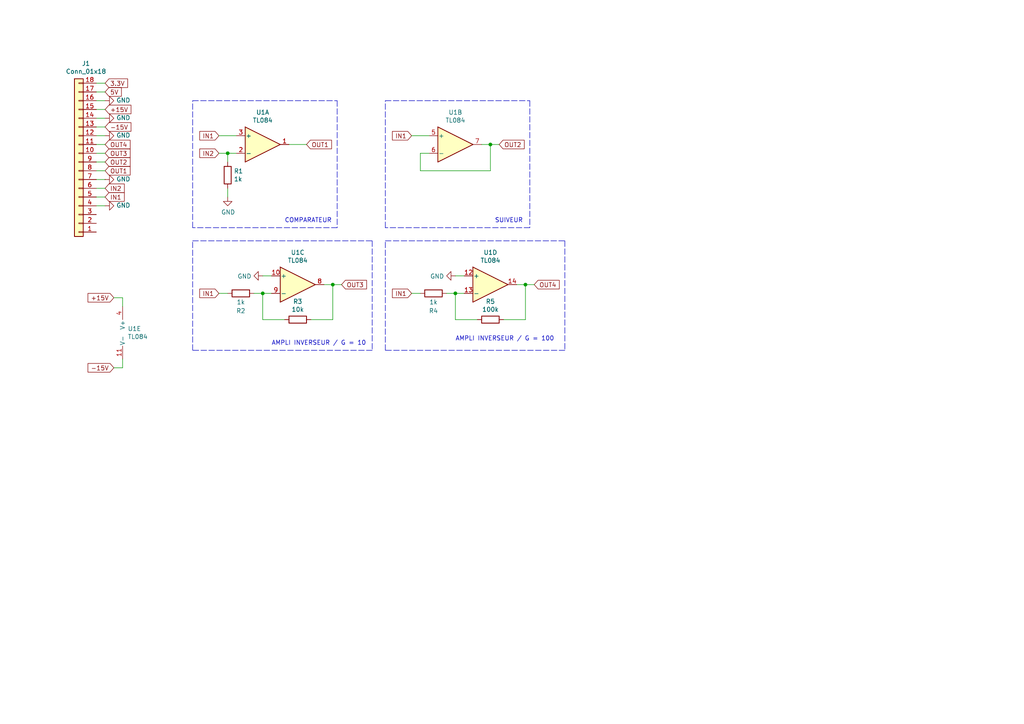
<source format=kicad_sch>
(kicad_sch (version 20231120) (generator "eeschema") (generator_version "8.0")
  (paper "A4")
  (lib_symbols
    (symbol "Amplifier_Operational:TL084" (pin_names (offset 0.127))
      (property "Reference" "U" (at 0 5.08 0))
      (property "Value" "TL084" (at 0 -5.08 0))
      (symbol "TL084_1_1"
        (polyline (pts (xy -5.08 5.08) (xy 5.08 0) (xy -5.08 -5.08) (xy -5.08 5.08)) (stroke (width 0.254)) (fill (type background)))
        (pin output line (at 7.62 0 180) (length 2.54) (name "~") (number "1"))
        (pin input line (at -7.62 -2.54 0) (length 2.54) (name "-") (number "2"))
        (pin input line (at -7.62 2.54 0) (length 2.54) (name "+") (number "3"))
      )
      (symbol "TL084_2_1"
        (polyline (pts (xy -5.08 5.08) (xy 5.08 0) (xy -5.08 -5.08) (xy -5.08 5.08)) (stroke (width 0.254)) (fill (type background)))
        (pin input line (at -7.62 2.54 0) (length 2.54) (name "+") (number "5"))
        (pin input line (at -7.62 -2.54 0) (length 2.54) (name "-") (number "6"))
        (pin output line (at 7.62 0 180) (length 2.54) (name "~") (number "7"))
      )
      (symbol "TL084_3_1"
        (polyline (pts (xy -5.08 5.08) (xy 5.08 0) (xy -5.08 -5.08) (xy -5.08 5.08)) (stroke (width 0.254)) (fill (type background)))
        (pin input line (at -7.62 2.54 0) (length 2.54) (name "+") (number "10"))
        (pin output line (at 7.62 0 180) (length 2.54) (name "~") (number "8"))
        (pin input line (at -7.62 -2.54 0) (length 2.54) (name "-") (number "9"))
      )
      (symbol "TL084_4_1"
        (polyline (pts (xy -5.08 5.08) (xy 5.08 0) (xy -5.08 -5.08) (xy -5.08 5.08)) (stroke (width 0.254)) (fill (type background)))
        (pin input line (at -7.62 2.54 0) (length 2.54) (name "+") (number "12"))
        (pin input line (at -7.62 -2.54 0) (length 2.54) (name "-") (number "13"))
        (pin output line (at 7.62 0 180) (length 2.54) (name "~") (number "14"))
      )
      (symbol "TL084_5_1"
        (pin power_in line (at -2.54 -7.62 90) (length 3.81) (name "V-") (number "11"))
        (pin power_in line (at -2.54 7.62 270) (length 3.81) (name "V+") (number "4"))
      )
    )
    (symbol "Connector_Generic:Conn_01x18" (pin_names (offset 1.016) hide)
      (property "Reference" "J" (at 0 22.86 0))
      (property "Value" "Conn_01x18" (at 0 -25.4 0))
      (symbol "Conn_01x18_1_1"
        (rectangle (start -1.27 -22.733) (end 0 -22.987) (stroke (width 0.1524)))
        (rectangle (start -1.27 -20.193) (end 0 -20.447) (stroke (width 0.1524)))
        (rectangle (start -1.27 -17.653) (end 0 -17.907) (stroke (width 0.1524)))
        (rectangle (start -1.27 -15.113) (end 0 -15.367) (stroke (width 0.1524)))
        (rectangle (start -1.27 -12.573) (end 0 -12.827) (stroke (width 0.1524)))
        (rectangle (start -1.27 -10.033) (end 0 -10.287) (stroke (width 0.1524)))
        (rectangle (start -1.27 -7.493) (end 0 -7.747) (stroke (width 0.1524)))
        (rectangle (start -1.27 -4.953) (end 0 -5.207) (stroke (width 0.1524)))
        (rectangle (start -1.27 -2.413) (end 0 -2.667) (stroke (width 0.1524)))
        (rectangle (start -1.27 0.127) (end 0 -0.127) (stroke (width 0.1524)))
        (rectangle (start -1.27 2.667) (end 0 2.413) (stroke (width 0.1524)))
        (rectangle (start -1.27 5.207) (end 0 4.953) (stroke (width 0.1524)))
        (rectangle (start -1.27 7.747) (end 0 7.493) (stroke (width 0.1524)))
        (rectangle (start -1.27 10.287) (end 0 10.033) (stroke (width 0.1524)))
        (rectangle (start -1.27 12.827) (end 0 12.573) (stroke (width 0.1524)))
        (rectangle (start -1.27 15.367) (end 0 15.113) (stroke (width 0.1524)))
        (rectangle (start -1.27 17.907) (end 0 17.653) (stroke (width 0.1524)))
        (rectangle (start -1.27 20.447) (end 0 20.193) (stroke (width 0.1524)))
        (rectangle (start -1.27 21.59) (end 1.27 -24.13) (stroke (width 0.254)) (fill (type background)))
        (pin passive line (at -5.08 20.32 0) (length 3.81) (name "Pin_1") (number "1"))
        (pin passive line (at -5.08 -2.54 0) (length 3.81) (name "Pin_10") (number "10"))
        (pin passive line (at -5.08 -5.08 0) (length 3.81) (name "Pin_11") (number "11"))
        (pin passive line (at -5.08 -7.62 0) (length 3.81) (name "Pin_12") (number "12"))
        (pin passive line (at -5.08 -10.16 0) (length 3.81) (name "Pin_13") (number "13"))
        (pin passive line (at -5.08 -12.7 0) (length 3.81) (name "Pin_14") (number "14"))
        (pin passive line (at -5.08 -15.24 0) (length 3.81) (name "Pin_15") (number "15"))
        (pin passive line (at -5.08 -17.78 0) (length 3.81) (name "Pin_16") (number "16"))
        (pin passive line (at -5.08 -20.32 0) (length 3.81) (name "Pin_17") (number "17"))
        (pin passive line (at -5.08 -22.86 0) (length 3.81) (name "Pin_18") (number "18"))
        (pin passive line (at -5.08 17.78 0) (length 3.81) (name "Pin_2") (number "2"))
        (pin passive line (at -5.08 15.24 0) (length 3.81) (name "Pin_3") (number "3"))
        (pin passive line (at -5.08 12.7 0) (length 3.81) (name "Pin_4") (number "4"))
        (pin passive line (at -5.08 10.16 0) (length 3.81) (name "Pin_5") (number "5"))
        (pin passive line (at -5.08 7.62 0) (length 3.81) (name "Pin_6") (number "6"))
        (pin passive line (at -5.08 5.08 0) (length 3.81) (name "Pin_7") (number "7"))
        (pin passive line (at -5.08 2.54 0) (length 3.81) (name "Pin_8") (number "8"))
        (pin passive line (at -5.08 0 0) (length 3.81) (name "Pin_9") (number "9"))
      )
    )
    (symbol "Device:R" (pin_numbers hide) (pin_names (offset 0))
      (property "Reference" "R" (at 2.032 0 90))
      (property "Value" "R" (at 0 0 90))
      (symbol "R_0_1"
        (rectangle (start -1.016 -2.54) (end 1.016 2.54) (stroke (width 0.254)))
      )
      (symbol "R_1_1"
        (pin passive line (at 0 3.81 270) (length 1.27) (name "~") (number "1"))
        (pin passive line (at 0 -3.81 90) (length 1.27) (name "~") (number "2"))
      )
    )
    (symbol "power:GND" (power) (pin_numbers hide) (pin_names (offset 0) hide)
      (property "Value" "GND" (at 0 -3.81 0))
      (symbol "GND_0_1"
        (polyline (pts (xy 0 0) (xy 0 -1.27) (xy 1.27 -1.27) (xy 0 -2.54) (xy -1.27 -1.27) (xy 0 -1.27)))
      )
      (symbol "GND_1_1"
        (pin power_in line (at 0 0 270) (length 0) (name "~") (number "1"))
      )
    )
  )
  (junction (at 76.2 85.09))
  (junction (at 142.24 41.91))
  (junction (at 96.52 82.55))
  (junction (at 132.08 85.09))
  (junction (at 66.04 44.45))
  (junction (at 152.4 82.55))
  (wire (pts (xy 66.04 46.99) (xy 66.04 44.45)))
  (polyline (pts (xy 111.76 69.85) (xy 163.83 69.85)) (stroke (width 0) (type dash)))
  (wire (pts (xy 142.24 41.91) (xy 139.7 41.91)))
  (wire (pts (xy 27.94 57.15) (xy 30.48 57.15)))
  (wire (pts (xy 27.94 39.37) (xy 30.48 39.37)))
  (wire (pts (xy 124.46 44.45) (xy 121.92 44.45)))
  (wire (pts (xy 27.94 46.99) (xy 30.48 46.99)))
  (wire (pts (xy 121.92 49.53) (xy 142.24 49.53)))
  (wire (pts (xy 27.94 34.29) (xy 30.48 34.29)))
  (wire (pts (xy 27.94 54.61) (xy 30.48 54.61)))
  (wire (pts (xy 152.4 82.55) (xy 154.94 82.55)))
  (polyline (pts (xy 107.95 69.85) (xy 107.95 101.6)) (stroke (width 0) (type dash)))
  (wire (pts (xy 142.24 49.53) (xy 142.24 41.91)))
  (wire (pts (xy 152.4 92.71) (xy 146.05 92.71)))
  (wire (pts (xy 76.2 80.01) (xy 78.74 80.01)))
  (polyline (pts (xy 163.83 101.6) (xy 111.76 101.6)) (stroke (width 0) (type dash)))
  (wire (pts (xy 27.94 59.69) (xy 30.48 59.69)))
  (wire (pts (xy 149.86 82.55) (xy 152.4 82.55)))
  (polyline (pts (xy 107.95 101.6) (xy 55.88 101.6)) (stroke (width 0) (type dash)))
  (wire (pts (xy 76.2 92.71) (xy 82.55 92.71)))
  (wire (pts (xy 93.98 82.55) (xy 96.52 82.55)))
  (wire (pts (xy 63.5 85.09) (xy 66.04 85.09)))
  (wire (pts (xy 27.94 26.67) (xy 30.48 26.67)))
  (wire (pts (xy 33.02 106.68) (xy 35.56 106.68)))
  (wire (pts (xy 66.04 44.45) (xy 68.58 44.45)))
  (polyline (pts (xy 55.88 66.04) (xy 55.88 29.21)) (stroke (width 0) (type dash)))
  (wire (pts (xy 27.94 49.53) (xy 30.48 49.53)))
  (wire (pts (xy 119.38 85.09) (xy 121.92 85.09)))
  (wire (pts (xy 63.5 44.45) (xy 66.04 44.45)))
  (wire (pts (xy 96.52 82.55) (xy 99.06 82.55)))
  (polyline (pts (xy 55.88 101.6) (xy 55.88 69.85)) (stroke (width 0) (type dash)))
  (wire (pts (xy 132.08 80.01) (xy 134.62 80.01)))
  (wire (pts (xy 132.08 92.71) (xy 132.08 85.09)))
  (wire (pts (xy 76.2 85.09) (xy 78.74 85.09)))
  (wire (pts (xy 35.56 86.36) (xy 35.56 88.9)))
  (polyline (pts (xy 97.79 66.04) (xy 55.88 66.04)) (stroke (width 0) (type dash)))
  (wire (pts (xy 132.08 85.09) (xy 129.54 85.09)))
  (wire (pts (xy 27.94 24.13) (xy 30.48 24.13)))
  (wire (pts (xy 33.02 86.36) (xy 35.56 86.36)))
  (wire (pts (xy 121.92 44.45) (xy 121.92 49.53)))
  (polyline (pts (xy 163.83 69.85) (xy 163.83 101.6)) (stroke (width 0) (type dash)))
  (wire (pts (xy 138.43 92.71) (xy 132.08 92.71)))
  (polyline (pts (xy 153.67 66.04) (xy 111.76 66.04)) (stroke (width 0) (type dash)))
  (polyline (pts (xy 153.67 29.21) (xy 153.67 66.04)) (stroke (width 0) (type dash)))
  (polyline (pts (xy 111.76 101.6) (xy 111.76 69.85)) (stroke (width 0) (type dash)))
  (polyline (pts (xy 55.88 29.21) (xy 97.79 29.21)) (stroke (width 0) (type dash)))
  (wire (pts (xy 119.38 39.37) (xy 124.46 39.37)))
  (wire (pts (xy 83.82 41.91) (xy 88.9 41.91)))
  (polyline (pts (xy 111.76 66.04) (xy 111.76 29.21)) (stroke (width 0) (type dash)))
  (polyline (pts (xy 111.76 29.21) (xy 153.67 29.21)) (stroke (width 0) (type dash)))
  (wire (pts (xy 27.94 36.83) (xy 30.48 36.83)))
  (wire (pts (xy 27.94 31.75) (xy 30.48 31.75)))
  (wire (pts (xy 142.24 41.91) (xy 144.78 41.91)))
  (wire (pts (xy 63.5 39.37) (xy 68.58 39.37)))
  (wire (pts (xy 132.08 85.09) (xy 134.62 85.09)))
  (wire (pts (xy 27.94 52.07) (xy 30.48 52.07)))
  (wire (pts (xy 90.17 92.71) (xy 96.52 92.71)))
  (wire (pts (xy 35.56 106.68) (xy 35.56 104.14)))
  (wire (pts (xy 27.94 44.45) (xy 30.48 44.45)))
  (wire (pts (xy 96.52 92.71) (xy 96.52 82.55)))
  (polyline (pts (xy 97.79 29.21) (xy 97.79 66.04)) (stroke (width 0) (type dash)))
  (wire (pts (xy 73.66 85.09) (xy 76.2 85.09)))
  (wire (pts (xy 27.94 41.91) (xy 30.48 41.91)))
  (wire (pts (xy 152.4 82.55) (xy 152.4 92.71)))
  (wire (pts (xy 66.04 57.15) (xy 66.04 54.61)))
  (wire (pts (xy 27.94 29.21) (xy 30.48 29.21)))
  (wire (pts (xy 76.2 85.09) (xy 76.2 92.71)))
  (polyline (pts (xy 55.88 69.85) (xy 107.95 69.85)) (stroke (width 0) (type dash)))
  (text "AMPLI INVERSEUR / G = 100\n" (at 132.08 99.06 0) (effects (font (size 1.27 1.27)) (justify left bottom)))
  (text "SUIVEUR" (at 143.51 64.77 0) (effects (font (size 1.27 1.27)) (justify left bottom)))
  (text "COMPARATEUR" (at 82.55 64.77 0) (effects (font (size 1.27 1.27)) (justify left bottom)))
  (text "AMPLI INVERSEUR / G = 10\n" (at 78.74 100.33 0) (effects (font (size 1.27 1.27)) (justify left bottom)))
  (global_label "-15V" (shape input) (at 33.02 106.68 180) (property "Intersheetrefs" "${INTERSHEET_REFS}" (effects (hide yes))))
  (global_label "IN1" (shape input) (at 119.38 39.37 180) (property "Intersheetrefs" "${INTERSHEET_REFS}" (effects (hide yes))))
  (global_label "OUT2" (shape input) (at 30.48 46.99 0) (property "Intersheetrefs" "${INTERSHEET_REFS}" (effects (hide yes))))
  (global_label "OUT4" (shape input) (at 30.48 41.91 0) (property "Intersheetrefs" "${INTERSHEET_REFS}" (effects (hide yes))))
  (global_label "5V" (shape input) (at 30.48 26.67 0) (property "Intersheetrefs" "${INTERSHEET_REFS}" (effects (hide yes))))
  (global_label "OUT1" (shape input) (at 88.9 41.91 0) (property "Intersheetrefs" "${INTERSHEET_REFS}" (effects (hide yes))))
  (global_label "3.3V" (shape input) (at 30.48 24.13 0) (property "Intersheetrefs" "${INTERSHEET_REFS}" (effects (hide yes))))
  (global_label "OUT4" (shape input) (at 154.94 82.55 0) (property "Intersheetrefs" "${INTERSHEET_REFS}" (effects (hide yes))))
  (global_label "IN1" (shape input) (at 63.5 39.37 180) (property "Intersheetrefs" "${INTERSHEET_REFS}" (effects (hide yes))))
  (global_label "+15V" (shape input) (at 33.02 86.36 180) (property "Intersheetrefs" "${INTERSHEET_REFS}" (effects (hide yes))))
  (global_label "IN1" (shape input) (at 63.5 85.09 180) (property "Intersheetrefs" "${INTERSHEET_REFS}" (effects (hide yes))))
  (global_label "IN2" (shape input) (at 63.5 44.45 180) (property "Intersheetrefs" "${INTERSHEET_REFS}" (effects (hide yes))))
  (global_label "OUT3" (shape input) (at 99.06 82.55 0) (property "Intersheetrefs" "${INTERSHEET_REFS}" (effects (hide yes))))
  (global_label "IN2" (shape input) (at 30.48 54.61 0) (property "Intersheetrefs" "${INTERSHEET_REFS}" (effects (hide yes))))
  (global_label "+15V" (shape input) (at 30.48 31.75 0) (property "Intersheetrefs" "${INTERSHEET_REFS}" (effects (hide yes))))
  (global_label "OUT1" (shape input) (at 30.48 49.53 0) (property "Intersheetrefs" "${INTERSHEET_REFS}" (effects (hide yes))))
  (global_label "IN1" (shape input) (at 30.48 57.15 0) (property "Intersheetrefs" "${INTERSHEET_REFS}" (effects (hide yes))))
  (global_label "IN1" (shape input) (at 119.38 85.09 180) (property "Intersheetrefs" "${INTERSHEET_REFS}" (effects (hide yes))))
  (global_label "OUT2" (shape input) (at 144.78 41.91 0) (property "Intersheetrefs" "${INTERSHEET_REFS}" (effects (hide yes))))
  (global_label "-15V" (shape input) (at 30.48 36.83 0) (property "Intersheetrefs" "${INTERSHEET_REFS}" (effects (hide yes))))
  (global_label "OUT3" (shape input) (at 30.48 44.45 0) (property "Intersheetrefs" "${INTERSHEET_REFS}" (effects (hide yes))))
  (symbol (lib_id "Amplifier_Operational:TL084") (at 76.2 41.91 0) (unit 1)
    (property "Reference" "U1" (at 76.2 32.5882 0))
    (property "Value" "TL084" (at 76.2 34.8996 0))
    (property "Footprint" "Package_DIP:DIP-14_W7.62mm_Socket_LongPads" (effects (hide yes)))
    (property "Datasheet" "http://www.ti.com/lit/ds/symlink/tl081.pdf" (effects (hide yes)))
  )
  (symbol (lib_id "Amplifier_Operational:TL084") (at 132.08 41.91 0) (unit 2)
    (property "Reference" "U1" (at 132.08 32.5882 0))
    (property "Value" "TL084" (at 132.08 34.8996 0))
    (property "Footprint" "Package_DIP:DIP-14_W7.62mm_Socket_LongPads" (effects (hide yes)))
    (property "Datasheet" "http://www.ti.com/lit/ds/symlink/tl081.pdf" (effects (hide yes)))
  )
  (symbol (lib_id "Amplifier_Operational:TL084") (at 86.36 82.55 0) (unit 3)
    (property "Reference" "U1" (at 86.36 73.2282 0))
    (property "Value" "TL084" (at 86.36 75.5396 0))
    (property "Footprint" "Package_DIP:DIP-14_W7.62mm_Socket_LongPads" (effects (hide yes)))
    (property "Datasheet" "http://www.ti.com/lit/ds/symlink/tl081.pdf" (effects (hide yes)))
  )
  (symbol (lib_id "Amplifier_Operational:TL084") (at 142.24 82.55 0) (unit 4)
    (property "Reference" "U1" (at 142.24 73.2282 0))
    (property "Value" "TL084" (at 142.24 75.5396 0))
    (property "Footprint" "Package_DIP:DIP-14_W7.62mm_Socket_LongPads" (effects (hide yes)))
    (property "Datasheet" "http://www.ti.com/lit/ds/symlink/tl081.pdf" (effects (hide yes)))
  )
  (symbol (lib_id "Amplifier_Operational:TL084") (at 38.1 96.52 0) (unit 5)
    (property "Reference" "U1" (at 37.0332 95.3516 0) (effects (justify left)))
    (property "Value" "TL084" (at 37.0332 97.663 0) (effects (justify left)))
    (property "Footprint" "Package_DIP:DIP-14_W7.62mm_Socket_LongPads" (effects (hide yes)))
    (property "Datasheet" "http://www.ti.com/lit/ds/symlink/tl081.pdf" (effects (hide yes)))
  )
  (symbol (lib_id "Connector_Generic:Conn_01x18") (at 22.86 46.99 180) (unit 1)
    (property "Reference" "J1" (at 24.9428 18.415 0))
    (property "Value" "Conn_01x18" (at 24.9428 20.7264 0))
    (property "Footprint" "Connector_PinHeader_2.54mm:PinHeader_1x18_P2.54mm_Horizontal" (effects (hide yes)))
  )
  (symbol (lib_id "power:GND") (at 30.48 29.21 90) (unit 1)
    (property "Reference" "#PWR01" (effects (hide yes)))
    (property "Value" "GND" (at 33.7312 29.083 90) (effects (justify right)))
  )
  (symbol (lib_id "power:GND") (at 30.48 34.29 90) (unit 1)
    (property "Reference" "#PWR02" (effects (hide yes)))
    (property "Value" "GND" (at 33.7312 34.163 90) (effects (justify right)))
  )
  (symbol (lib_id "power:GND") (at 30.48 39.37 90) (unit 1)
    (property "Reference" "#PWR03" (effects (hide yes)))
    (property "Value" "GND" (at 33.7312 39.243 90) (effects (justify right)))
  )
  (symbol (lib_id "power:GND") (at 30.48 52.07 90) (unit 1)
    (property "Reference" "#PWR04" (effects (hide yes)))
    (property "Value" "GND" (at 33.7312 51.943 90) (effects (justify right)))
  )
  (symbol (lib_id "power:GND") (at 30.48 59.69 90) (unit 1)
    (property "Reference" "#PWR05" (effects (hide yes)))
    (property "Value" "GND" (at 33.7312 59.563 90) (effects (justify right)))
  )
  (symbol (lib_id "Device:R") (at 86.36 92.71 270) (unit 1)
    (property "Reference" "R3" (at 86.36 87.4522 90))
    (property "Value" "10k" (at 86.36 89.7636 90))
    (property "Footprint" "Resistor_THT:R_Axial_DIN0207_L6.3mm_D2.5mm_P10.16mm_Horizontal" (effects (hide yes)))
  )
  (symbol (lib_id "Device:R") (at 66.04 50.8 0) (unit 1)
    (property "Reference" "R1" (at 67.818 49.6316 0) (effects (justify left)))
    (property "Value" "1k" (at 67.818 51.943 0) (effects (justify left)))
    (property "Footprint" "Resistor_THT:R_Axial_DIN0207_L6.3mm_D2.5mm_P10.16mm_Horizontal" (effects (hide yes)))
  )
  (symbol (lib_id "power:GND") (at 66.04 57.15 0) (unit 1)
    (property "Reference" "#PWR06" (effects (hide yes)))
    (property "Value" "GND" (at 66.167 61.5442 0))
  )
  (symbol (lib_id "Device:R") (at 69.85 85.09 270) (unit 1)
    (property "Reference" "R2" (at 69.85 90.17 90))
    (property "Value" "1k" (at 69.85 87.63 90))
    (property "Footprint" "Resistor_THT:R_Axial_DIN0207_L6.3mm_D2.5mm_P10.16mm_Horizontal" (effects (hide yes)))
  )
  (symbol (lib_id "power:GND") (at 76.2 80.01 270) (unit 1)
    (property "Reference" "#PWR07" (effects (hide yes)))
    (property "Value" "GND" (at 72.9488 80.137 90) (effects (justify right)))
  )
  (symbol (lib_id "Device:R") (at 142.24 92.71 270) (unit 1)
    (property "Reference" "R5" (at 142.24 87.4522 90))
    (property "Value" "100k" (at 142.24 89.7636 90))
    (property "Footprint" "Resistor_THT:R_Axial_DIN0207_L6.3mm_D2.5mm_P10.16mm_Horizontal" (effects (hide yes)))
  )
  (symbol (lib_id "Device:R") (at 125.73 85.09 270) (unit 1)
    (property "Reference" "R4" (at 125.73 90.17 90))
    (property "Value" "1k" (at 125.73 87.63 90))
    (property "Footprint" "Resistor_THT:R_Axial_DIN0207_L6.3mm_D2.5mm_P10.16mm_Horizontal" (effects (hide yes)))
  )
  (symbol (lib_id "power:GND") (at 132.08 80.01 270) (unit 1)
    (property "Reference" "#PWR08" (effects (hide yes)))
    (property "Value" "GND" (at 128.8288 80.137 90) (effects (justify right)))
  )
)
</source>
